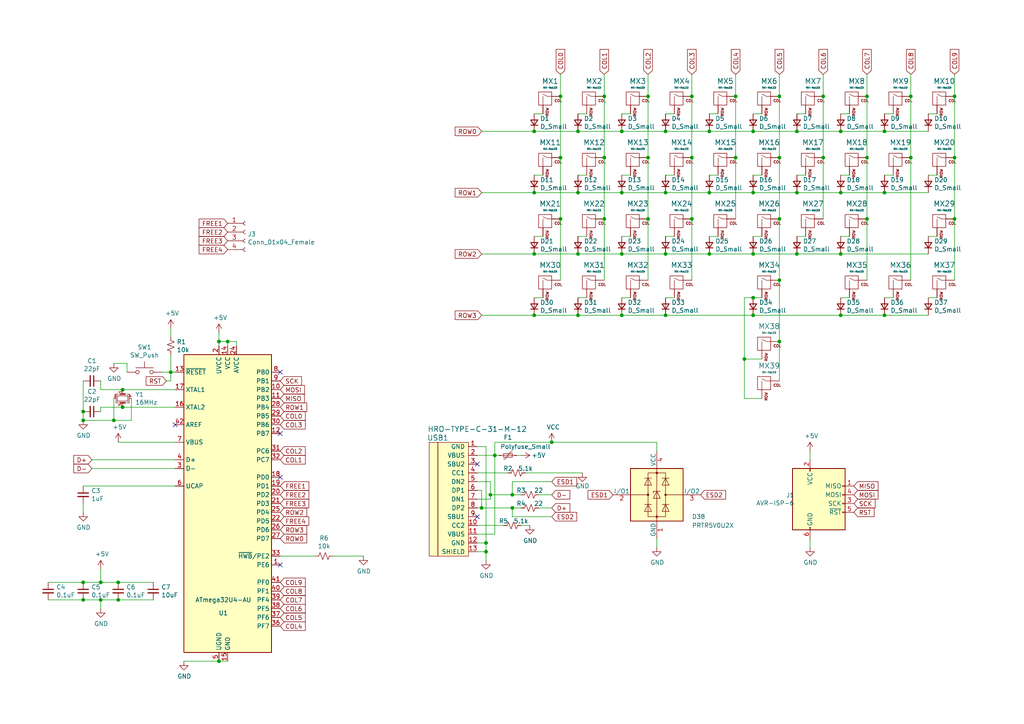
<source format=kicad_sch>
(kicad_sch (version 20211123) (generator eeschema)
  (paper "A4")
  (junction (at 29.21 173.99))
  (junction (at 154.94 91.44))
  (junction (at 34.29 173.99))
  (junction (at 142.24 143.51))
  (junction (at 238.76 45.72))
  (junction (at 175.26 27.94))
  (junction (at 63.5 99.06))
  (junction (at 276.86 45.72))
  (junction (at 251.46 27.94))
  (junction (at 162.56 63.5))
  (junction (at 154.94 73.66))
  (junction (at 148.59 143.51))
  (junction (at 218.44 73.66))
  (junction (at 243.84 55.88))
  (junction (at 215.9 104.14))
  (junction (at 29.21 168.91))
  (junction (at 226.06 99.06))
  (junction (at 24.13 121.92))
  (junction (at 264.16 27.94))
  (junction (at 243.84 91.44))
  (junction (at 243.84 73.66))
  (junction (at 243.84 38.1))
  (junction (at 167.64 91.44))
  (junction (at 226.06 63.5))
  (junction (at 167.64 55.88))
  (junction (at 162.56 45.72))
  (junction (at 193.04 73.66))
  (junction (at 180.34 38.1))
  (junction (at 218.44 86.36))
  (junction (at 200.66 27.94))
  (junction (at 218.44 55.88))
  (junction (at 175.26 63.5))
  (junction (at 256.54 55.88))
  (junction (at 226.06 27.94))
  (junction (at 187.96 27.94))
  (junction (at 180.34 73.66))
  (junction (at 167.64 73.66))
  (junction (at 140.97 160.02))
  (junction (at 180.34 55.88))
  (junction (at 35.56 113.03))
  (junction (at 34.29 168.91))
  (junction (at 276.86 63.5))
  (junction (at 66.04 99.06))
  (junction (at 251.46 45.72))
  (junction (at 162.56 27.94))
  (junction (at 35.56 118.11))
  (junction (at 24.13 168.91))
  (junction (at 139.7 147.32))
  (junction (at 231.14 38.1))
  (junction (at 160.02 128.27))
  (junction (at 213.36 27.94))
  (junction (at 251.46 63.5))
  (junction (at 187.96 63.5))
  (junction (at 264.16 45.72))
  (junction (at 231.14 55.88))
  (junction (at 256.54 38.1))
  (junction (at 218.44 91.44))
  (junction (at 193.04 91.44))
  (junction (at 63.5 191.77))
  (junction (at 175.26 45.72))
  (junction (at 167.64 38.1))
  (junction (at 226.06 81.28))
  (junction (at 200.66 45.72))
  (junction (at 205.74 73.66))
  (junction (at 148.59 147.32))
  (junction (at 140.97 157.48))
  (junction (at 24.13 119.38))
  (junction (at 143.51 132.08))
  (junction (at 213.36 45.72))
  (junction (at 218.44 38.1))
  (junction (at 33.02 121.92))
  (junction (at 276.86 27.94))
  (junction (at 256.54 91.44))
  (junction (at 205.74 55.88))
  (junction (at 200.66 63.5))
  (junction (at 226.06 45.72))
  (junction (at 193.04 55.88))
  (junction (at 238.76 27.94))
  (junction (at 49.53 107.95))
  (junction (at 231.14 73.66))
  (junction (at 193.04 38.1))
  (junction (at 205.74 38.1))
  (junction (at 24.13 173.99))
  (junction (at 187.96 45.72))
  (junction (at 154.94 38.1))
  (junction (at 154.94 55.88))
  (junction (at 180.34 91.44))
  (no_connect (at 81.28 107.95))
  (no_connect (at 81.28 125.73))
  (no_connect (at 138.43 149.86))
  (no_connect (at 81.28 163.83))
  (no_connect (at 81.28 138.43))
  (no_connect (at 138.43 134.62))
  (no_connect (at 50.8 123.19))
  (wire (pts (xy 276.86 21.59) (xy 276.86 27.94)))
  (wire (pts (xy 187.96 27.94) (xy 187.96 45.72)))
  (wire (pts (xy 160.02 128.27) (xy 143.51 128.27)))
  (wire (pts (xy 195.58 33.02) (xy 193.04 33.02)))
  (wire (pts (xy 143.51 128.27) (xy 143.51 132.08)))
  (wire (pts (xy 276.86 63.5) (xy 276.86 81.28)))
  (wire (pts (xy 24.13 173.99) (xy 13.97 173.99)))
  (wire (pts (xy 170.18 50.8) (xy 167.64 50.8)))
  (wire (pts (xy 215.9 86.36) (xy 215.9 104.14)))
  (wire (pts (xy 96.52 161.29) (xy 105.41 161.29)))
  (wire (pts (xy 29.21 119.38) (xy 29.21 118.11)))
  (wire (pts (xy 218.44 91.44) (xy 243.84 91.44)))
  (wire (pts (xy 143.51 154.94) (xy 143.51 132.08)))
  (wire (pts (xy 44.45 173.99) (xy 34.29 173.99)))
  (wire (pts (xy 195.58 86.36) (xy 193.04 86.36)))
  (wire (pts (xy 49.53 110.49) (xy 49.53 107.95)))
  (wire (pts (xy 233.68 68.58) (xy 231.14 68.58)))
  (wire (pts (xy 234.95 156.21) (xy 234.95 158.75)))
  (wire (pts (xy 167.64 38.1) (xy 154.94 38.1)))
  (wire (pts (xy 243.84 38.1) (xy 231.14 38.1)))
  (wire (pts (xy 157.48 86.36) (xy 154.94 86.36)))
  (wire (pts (xy 147.32 137.16) (xy 138.43 137.16)))
  (wire (pts (xy 220.98 50.8) (xy 218.44 50.8)))
  (wire (pts (xy 162.56 27.94) (xy 162.56 45.72)))
  (wire (pts (xy 170.18 33.02) (xy 167.64 33.02)))
  (wire (pts (xy 138.43 139.7) (xy 142.24 139.7)))
  (wire (pts (xy 66.04 99.06) (xy 63.5 99.06)))
  (wire (pts (xy 243.84 73.66) (xy 269.24 73.66)))
  (wire (pts (xy 35.56 113.03) (xy 50.8 113.03)))
  (wire (pts (xy 24.13 121.92) (xy 24.13 119.38)))
  (wire (pts (xy 142.24 143.51) (xy 142.24 144.78)))
  (wire (pts (xy 190.5 128.27) (xy 160.02 128.27)))
  (wire (pts (xy 193.04 38.1) (xy 180.34 38.1)))
  (wire (pts (xy 151.13 132.08) (xy 149.86 132.08)))
  (wire (pts (xy 238.76 45.72) (xy 238.76 63.5)))
  (wire (pts (xy 142.24 143.51) (xy 148.59 143.51)))
  (wire (pts (xy 231.14 73.66) (xy 218.44 73.66)))
  (wire (pts (xy 246.38 68.58) (xy 243.84 68.58)))
  (wire (pts (xy 226.06 63.5) (xy 226.06 81.28)))
  (wire (pts (xy 220.98 68.58) (xy 218.44 68.58)))
  (wire (pts (xy 226.06 81.28) (xy 226.06 99.06)))
  (wire (pts (xy 208.28 33.02) (xy 205.74 33.02)))
  (wire (pts (xy 190.5 130.81) (xy 190.5 128.27)))
  (wire (pts (xy 29.21 176.53) (xy 29.21 173.99)))
  (wire (pts (xy 231.14 55.88) (xy 218.44 55.88)))
  (wire (pts (xy 182.88 68.58) (xy 180.34 68.58)))
  (wire (pts (xy 213.36 21.59) (xy 213.36 27.94)))
  (wire (pts (xy 256.54 91.44) (xy 269.24 91.44)))
  (wire (pts (xy 29.21 118.11) (xy 35.56 118.11)))
  (wire (pts (xy 157.48 50.8) (xy 154.94 50.8)))
  (wire (pts (xy 256.54 86.36) (xy 259.08 86.36)))
  (wire (pts (xy 68.58 100.33) (xy 68.58 99.06)))
  (wire (pts (xy 251.46 27.94) (xy 251.46 45.72)))
  (wire (pts (xy 81.28 161.29) (xy 91.44 161.29)))
  (wire (pts (xy 167.64 91.44) (xy 180.34 91.44)))
  (wire (pts (xy 218.44 38.1) (xy 205.74 38.1)))
  (wire (pts (xy 46.99 107.95) (xy 49.53 107.95)))
  (wire (pts (xy 243.84 55.88) (xy 231.14 55.88)))
  (wire (pts (xy 66.04 99.06) (xy 66.04 100.33)))
  (wire (pts (xy 256.54 55.88) (xy 243.84 55.88)))
  (wire (pts (xy 157.48 33.02) (xy 154.94 33.02)))
  (wire (pts (xy 162.56 45.72) (xy 162.56 63.5)))
  (wire (pts (xy 154.94 38.1) (xy 139.7 38.1)))
  (wire (pts (xy 24.13 140.97) (xy 50.8 140.97)))
  (wire (pts (xy 162.56 63.5) (xy 162.56 81.28)))
  (wire (pts (xy 182.88 86.36) (xy 180.34 86.36)))
  (wire (pts (xy 140.97 129.54) (xy 138.43 129.54)))
  (wire (pts (xy 180.34 55.88) (xy 167.64 55.88)))
  (wire (pts (xy 138.43 132.08) (xy 143.51 132.08)))
  (wire (pts (xy 226.06 45.72) (xy 226.06 63.5)))
  (wire (pts (xy 38.1 121.92) (xy 38.1 115.57)))
  (wire (pts (xy 180.34 38.1) (xy 167.64 38.1)))
  (wire (pts (xy 168.91 137.16) (xy 152.4 137.16)))
  (wire (pts (xy 218.44 86.36) (xy 215.9 86.36)))
  (wire (pts (xy 243.84 86.36) (xy 246.38 86.36)))
  (wire (pts (xy 218.44 55.88) (xy 205.74 55.88)))
  (wire (pts (xy 208.28 50.8) (xy 205.74 50.8)))
  (wire (pts (xy 259.08 33.02) (xy 256.54 33.02)))
  (wire (pts (xy 238.76 21.59) (xy 238.76 27.94)))
  (wire (pts (xy 233.68 50.8) (xy 231.14 50.8)))
  (wire (pts (xy 215.9 104.14) (xy 220.98 104.14)))
  (wire (pts (xy 24.13 148.59) (xy 24.13 146.05)))
  (wire (pts (xy 243.84 73.66) (xy 231.14 73.66)))
  (wire (pts (xy 220.98 86.36) (xy 218.44 86.36)))
  (wire (pts (xy 26.67 135.89) (xy 50.8 135.89)))
  (wire (pts (xy 63.5 99.06) (xy 63.5 96.52)))
  (wire (pts (xy 195.58 50.8) (xy 193.04 50.8)))
  (wire (pts (xy 148.59 139.7) (xy 148.59 143.51)))
  (wire (pts (xy 271.78 50.8) (xy 269.24 50.8)))
  (wire (pts (xy 33.02 105.41) (xy 36.83 105.41)))
  (wire (pts (xy 49.53 95.25) (xy 49.53 97.79)))
  (wire (pts (xy 182.88 33.02) (xy 180.34 33.02)))
  (wire (pts (xy 29.21 110.49) (xy 29.21 113.03)))
  (wire (pts (xy 251.46 81.28) (xy 251.46 63.5)))
  (wire (pts (xy 205.74 38.1) (xy 193.04 38.1)))
  (wire (pts (xy 193.04 55.88) (xy 180.34 55.88)))
  (wire (pts (xy 139.7 147.32) (xy 138.43 147.32)))
  (wire (pts (xy 226.06 27.94) (xy 226.06 45.72)))
  (wire (pts (xy 68.58 99.06) (xy 66.04 99.06)))
  (wire (pts (xy 154.94 55.88) (xy 139.7 55.88)))
  (wire (pts (xy 271.78 33.02) (xy 269.24 33.02)))
  (wire (pts (xy 34.29 128.27) (xy 50.8 128.27)))
  (wire (pts (xy 187.96 45.72) (xy 187.96 63.5)))
  (wire (pts (xy 49.53 102.87) (xy 49.53 107.95)))
  (wire (pts (xy 63.5 100.33) (xy 63.5 99.06)))
  (wire (pts (xy 138.43 142.24) (xy 139.7 142.24)))
  (wire (pts (xy 200.66 27.94) (xy 200.66 45.72)))
  (wire (pts (xy 238.76 27.94) (xy 238.76 45.72)))
  (wire (pts (xy 140.97 157.48) (xy 140.97 129.54)))
  (wire (pts (xy 187.96 63.5) (xy 187.96 81.28)))
  (wire (pts (xy 162.56 21.59) (xy 162.56 27.94)))
  (wire (pts (xy 167.64 91.44) (xy 154.94 91.44)))
  (wire (pts (xy 271.78 86.36) (xy 269.24 86.36)))
  (wire (pts (xy 140.97 157.48) (xy 138.43 157.48)))
  (wire (pts (xy 160.02 139.7) (xy 148.59 139.7)))
  (wire (pts (xy 226.06 110.49) (xy 226.06 99.06)))
  (wire (pts (xy 160.02 147.32) (xy 156.21 147.32)))
  (wire (pts (xy 215.9 115.57) (xy 215.9 104.14)))
  (wire (pts (xy 148.59 147.32) (xy 151.13 147.32)))
  (wire (pts (xy 200.66 21.59) (xy 200.66 27.94)))
  (wire (pts (xy 170.18 86.36) (xy 167.64 86.36)))
  (wire (pts (xy 139.7 91.44) (xy 154.94 91.44)))
  (wire (pts (xy 170.18 68.58) (xy 167.64 68.58)))
  (wire (pts (xy 264.16 21.59) (xy 264.16 27.94)))
  (wire (pts (xy 167.64 55.88) (xy 154.94 55.88)))
  (wire (pts (xy 218.44 73.66) (xy 205.74 73.66)))
  (wire (pts (xy 34.29 168.91) (xy 44.45 168.91)))
  (wire (pts (xy 246.38 50.8) (xy 243.84 50.8)))
  (wire (pts (xy 33.02 121.92) (xy 38.1 121.92)))
  (wire (pts (xy 29.21 165.1) (xy 29.21 168.91)))
  (wire (pts (xy 269.24 38.1) (xy 256.54 38.1)))
  (wire (pts (xy 167.64 73.66) (xy 154.94 73.66)))
  (wire (pts (xy 33.02 121.92) (xy 24.13 121.92)))
  (wire (pts (xy 187.96 21.59) (xy 187.96 27.94)))
  (wire (pts (xy 205.74 55.88) (xy 193.04 55.88)))
  (wire (pts (xy 269.24 68.58) (xy 271.78 68.58)))
  (wire (pts (xy 251.46 45.72) (xy 251.46 63.5)))
  (wire (pts (xy 50.8 118.11) (xy 35.56 118.11)))
  (wire (pts (xy 251.46 21.59) (xy 251.46 27.94)))
  (wire (pts (xy 33.02 115.57) (xy 33.02 121.92)))
  (wire (pts (xy 276.86 45.72) (xy 276.86 63.5)))
  (wire (pts (xy 226.06 21.59) (xy 226.06 27.94)))
  (wire (pts (xy 140.97 160.02) (xy 140.97 157.48)))
  (wire (pts (xy 220.98 115.57) (xy 215.9 115.57)))
  (wire (pts (xy 160.02 149.86) (xy 148.59 149.86)))
  (wire (pts (xy 29.21 168.91) (xy 34.29 168.91)))
  (wire (pts (xy 138.43 160.02) (xy 140.97 160.02)))
  (wire (pts (xy 193.04 73.66) (xy 180.34 73.66)))
  (wire (pts (xy 175.26 27.94) (xy 175.26 45.72)))
  (wire (pts (xy 234.95 133.35) (xy 234.95 130.81)))
  (wire (pts (xy 180.34 91.44) (xy 193.04 91.44)))
  (wire (pts (xy 140.97 162.56) (xy 140.97 160.02)))
  (wire (pts (xy 175.26 21.59) (xy 175.26 27.94)))
  (wire (pts (xy 29.21 173.99) (xy 24.13 173.99)))
  (wire (pts (xy 154.94 73.66) (xy 139.7 73.66)))
  (wire (pts (xy 243.84 91.44) (xy 256.54 91.44)))
  (wire (pts (xy 139.7 147.32) (xy 148.59 147.32)))
  (wire (pts (xy 231.14 38.1) (xy 218.44 38.1)))
  (wire (pts (xy 175.26 45.72) (xy 175.26 63.5)))
  (wire (pts (xy 148.59 143.51) (xy 151.13 143.51)))
  (wire (pts (xy 13.97 168.91) (xy 24.13 168.91)))
  (wire (pts (xy 24.13 110.49) (xy 24.13 119.38)))
  (wire (pts (xy 66.04 191.77) (xy 63.5 191.77)))
  (wire (pts (xy 138.43 154.94) (xy 143.51 154.94)))
  (wire (pts (xy 180.34 73.66) (xy 167.64 73.66)))
  (wire (pts (xy 142.24 139.7) (xy 142.24 143.51)))
  (wire (pts (xy 175.26 63.5) (xy 175.26 81.28)))
  (wire (pts (xy 63.5 191.77) (xy 53.34 191.77)))
  (wire (pts (xy 213.36 45.72) (xy 213.36 63.5)))
  (wire (pts (xy 29.21 113.03) (xy 35.56 113.03)))
  (wire (pts (xy 156.21 143.51) (xy 160.02 143.51)))
  (wire (pts (xy 195.58 68.58) (xy 193.04 68.58)))
  (wire (pts (xy 233.68 33.02) (xy 231.14 33.02)))
  (wire (pts (xy 269.24 55.88) (xy 256.54 55.88)))
  (wire (pts (xy 143.51 132.08) (xy 144.78 132.08)))
  (wire (pts (xy 200.66 63.5) (xy 200.66 81.28)))
  (wire (pts (xy 48.26 110.49) (xy 49.53 110.49)))
  (wire (pts (xy 200.66 45.72) (xy 200.66 63.5)))
  (wire (pts (xy 157.48 68.58) (xy 154.94 68.58)))
  (wire (pts (xy 193.04 91.44) (xy 218.44 91.44)))
  (wire (pts (xy 139.7 142.24) (xy 139.7 147.32)))
  (wire (pts (xy 26.67 133.35) (xy 50.8 133.35)))
  (wire (pts (xy 246.38 33.02) (xy 243.84 33.02)))
  (wire (pts (xy 182.88 50.8) (xy 180.34 50.8)))
  (wire (pts (xy 146.05 152.4) (xy 138.43 152.4)))
  (wire (pts (xy 36.83 105.41) (xy 36.83 107.95)))
  (wire (pts (xy 148.59 149.86) (xy 148.59 147.32)))
  (wire (pts (xy 205.74 73.66) (xy 193.04 73.66)))
  (wire (pts (xy 208.28 68.58) (xy 205.74 68.58)))
  (wire (pts (xy 153.67 152.4) (xy 151.13 152.4)))
  (wire (pts (xy 213.36 27.94) (xy 213.36 45.72)))
  (wire (pts (xy 34.29 173.99) (xy 29.21 173.99)))
  (wire (pts (xy 49.53 107.95) (xy 50.8 107.95)))
  (wire (pts (xy 24.13 168.91) (xy 29.21 168.91)))
  (wire (pts (xy 220.98 33.02) (xy 218.44 33.02)))
  (wire (pts (xy 259.08 50.8) (xy 256.54 50.8)))
  (wire (pts (xy 264.16 45.72) (xy 264.16 81.28)))
  (wire (pts (xy 142.24 144.78) (xy 138.43 144.78)))
  (wire (pts (xy 256.54 38.1) (xy 243.84 38.1)))
  (wire (pts (xy 264.16 27.94) (xy 264.16 45.72)))
  (wire (pts (xy 276.86 27.94) (xy 276.86 45.72)))
  (wire (pts (xy 190.5 158.75) (xy 190.5 156.21)))
  (global_label "FREE4" (shape input) (at 66.04 72.39 180) (property "Intersheet References" "${INTERSHEET_REFS}" (effects hide)))
  (global_label "COL9" (shape input) (at 81.28 168.91 0) (property "Intersheet References" "${INTERSHEET_REFS}" (effects hide)))
  (global_label "FREE3" (shape input) (at 81.28 146.05 0) (property "Intersheet References" "${INTERSHEET_REFS}" (effects hide)))
  (global_label "FREE1" (shape input) (at 81.28 140.97 0) (property "Intersheet References" "${INTERSHEET_REFS}" (effects hide)))
  (global_label "COL7" (shape input) (at 251.46 21.59 90) (property "Intersheet References" "${INTERSHEET_REFS}" (effects hide)))
  (global_label "D+" (shape input) (at 26.67 133.35 180) (property "Intersheet References" "${INTERSHEET_REFS}" (effects hide)))
  (global_label "SCK" (shape input) (at 247.65 146.05 0) (property "Intersheet References" "${INTERSHEET_REFS}" (effects hide)))
  (global_label "COL8" (shape input) (at 264.16 21.59 90) (property "Intersheet References" "${INTERSHEET_REFS}" (effects hide)))
  (global_label "RST" (shape input) (at 247.65 148.59 0) (property "Intersheet References" "${INTERSHEET_REFS}" (effects hide)))
  (global_label "COL1" (shape input) (at 81.28 133.35 0) (property "Intersheet References" "${INTERSHEET_REFS}" (effects hide)))
  (global_label "COL8" (shape input) (at 81.28 171.45 0) (property "Intersheet References" "${INTERSHEET_REFS}" (effects hide)))
  (global_label "MISO" (shape input) (at 247.65 140.97 0) (property "Intersheet References" "${INTERSHEET_REFS}" (effects hide)))
  (global_label "COL3" (shape input) (at 200.66 21.59 90) (property "Intersheet References" "${INTERSHEET_REFS}" (effects hide)))
  (global_label "ROW0" (shape input) (at 81.28 156.21 0) (property "Intersheet References" "${INTERSHEET_REFS}" (effects hide)))
  (global_label "MOSI" (shape input) (at 81.28 113.03 0) (property "Intersheet References" "${INTERSHEET_REFS}" (effects hide)))
  (global_label "ROW0" (shape input) (at 139.7 38.1 180) (property "Intersheet References" "${INTERSHEET_REFS}" (effects hide)))
  (global_label "FREE4" (shape input) (at 81.28 151.13 0) (property "Intersheet References" "${INTERSHEET_REFS}" (effects hide)))
  (global_label "RST" (shape input) (at 48.26 110.49 180) (property "Intersheet References" "${INTERSHEET_REFS}" (effects hide)))
  (global_label "ROW3" (shape input) (at 139.7 91.44 180) (property "Intersheet References" "${INTERSHEET_REFS}" (effects hide)))
  (global_label "COL2" (shape input) (at 81.28 130.81 0) (property "Intersheet References" "${INTERSHEET_REFS}" (effects hide)))
  (global_label "COL6" (shape input) (at 238.76 21.59 90) (property "Intersheet References" "${INTERSHEET_REFS}" (effects hide)))
  (global_label "FREE2" (shape input) (at 66.04 67.31 180) (property "Intersheet References" "${INTERSHEET_REFS}" (effects hide)))
  (global_label "MOSI" (shape input) (at 247.65 143.51 0) (property "Intersheet References" "${INTERSHEET_REFS}" (effects hide)))
  (global_label "COL7" (shape input) (at 81.28 173.99 0) (property "Intersheet References" "${INTERSHEET_REFS}" (effects hide)))
  (global_label "COL2" (shape input) (at 187.96 21.59 90) (property "Intersheet References" "${INTERSHEET_REFS}" (effects hide)))
  (global_label "D+" (shape input) (at 160.02 147.32 0) (property "Intersheet References" "${INTERSHEET_REFS}" (effects hide)))
  (global_label "ESD2" (shape input) (at 160.02 149.86 0) (property "Intersheet References" "${INTERSHEET_REFS}" (effects hide)))
  (global_label "COL5" (shape input) (at 226.06 21.59 90) (property "Intersheet References" "${INTERSHEET_REFS}" (effects hide)))
  (global_label "COL1" (shape input) (at 175.26 21.59 90) (property "Intersheet References" "${INTERSHEET_REFS}" (effects hide)))
  (global_label "COL6" (shape input) (at 81.28 176.53 0) (property "Intersheet References" "${INTERSHEET_REFS}" (effects hide)))
  (global_label "D-" (shape input) (at 160.02 143.51 0) (property "Intersheet References" "${INTERSHEET_REFS}" (effects hide)))
  (global_label "FREE1" (shape input) (at 66.04 64.77 180) (property "Intersheet References" "${INTERSHEET_REFS}" (effects hide)))
  (global_label "COL0" (shape input) (at 162.56 21.59 90) (property "Intersheet References" "${INTERSHEET_REFS}" (effects hide)))
  (global_label "MISO" (shape input) (at 81.28 115.57 0) (property "Intersheet References" "${INTERSHEET_REFS}" (effects hide)))
  (global_label "ROW1" (shape input) (at 139.7 55.88 180) (property "Intersheet References" "${INTERSHEET_REFS}" (effects hide)))
  (global_label "SCK" (shape input) (at 81.28 110.49 0) (property "Intersheet References" "${INTERSHEET_REFS}" (effects hide)))
  (global_label "ROW3" (shape input) (at 81.28 153.67 0) (property "Intersheet References" "${INTERSHEET_REFS}" (effects hide)))
  (global_label "FREE2" (shape input) (at 81.28 143.51 0) (property "Intersheet References" "${INTERSHEET_REFS}" (effects hide)))
  (global_label "FREE3" (shape input) (at 66.04 69.85 180) (property "Intersheet References" "${INTERSHEET_REFS}" (effects hide)))
  (global_label "COL0" (shape input) (at 81.28 120.65 0) (property "Intersheet References" "${INTERSHEET_REFS}" (effects hide)))
  (global_label "D-" (shape input) (at 26.67 135.89 180) (property "Intersheet References" "${INTERSHEET_REFS}" (effects hide)))
  (global_label "ESD1" (shape input) (at 177.8 143.51 180) (property "Intersheet References" "${INTERSHEET_REFS}" (effects hide)))
  (global_label "ROW2" (shape input) (at 139.7 73.66 180) (property "Intersheet References" "${INTERSHEET_REFS}" (effects hide)))
  (global_label "COL4" (shape input) (at 81.28 181.61 0) (property "Intersheet References" "${INTERSHEET_REFS}" (effects hide)))
  (global_label "COL4" (shape input) (at 213.36 21.59 90) (property "Intersheet References" "${INTERSHEET_REFS}" (effects hide)))
  (global_label "ESD2" (shape input) (at 203.2 143.51 0) (property "Intersheet References" "${INTERSHEET_REFS}" (effects hide)))
  (global_label "COL9" (shape input) (at 276.86 21.59 90) (property "Intersheet References" "${INTERSHEET_REFS}" (effects hide)))
  (global_label "COL5" (shape input) (at 81.28 179.07 0) (property "Intersheet References" "${INTERSHEET_REFS}" (effects hide)))
  (global_label "ROW1" (shape input) (at 81.28 118.11 0) (property "Intersheet References" "${INTERSHEET_REFS}" (effects hide)))
  (global_label "COL3" (shape input) (at 81.28 123.19 0) (property "Intersheet References" "${INTERSHEET_REFS}" (effects hide)))
  (global_label "ESD1" (shape input) (at 160.02 139.7 0) (property "Intersheet References" "${INTERSHEET_REFS}" (effects hide)))
  (global_label "ROW2" (shape input) (at 81.28 148.59 0) (property "Intersheet References" "${INTERSHEET_REFS}" (effects hide)))
  (symbol (lib_id "MCU_Microchip_ATmega:ATmega32U4-AU") (at 66.04 146.05 0) (unit 1)
    (property "Reference" "U1" (at 64.77 177.8 0))
    (property "Value" "ATmega32U4-AU" (at 64.77 173.99 0))
    (property "Footprint" "Package_QFP:TQFP-44_10x10mm_P0.8mm" (effects hide))
    (property "Datasheet" "http://ww1.microchip.com/downloads/en/DeviceDoc/Atmel-7766-8-bit-AVR-ATmega16U4-32U4_Datasheet.pdf" (effects hide))
    (property "LCSC" "C44854" (effects hide))
  )
  (symbol (lib_id "power:+5V") (at 63.5 96.52 0) (unit 1)
    (property "Reference" "#PWR02" (effects hide))
    (property "Value" "+5V" (at 63.881 92.1258 0))
  )
  (symbol (lib_id "power:GND") (at 53.34 191.77 0) (unit 1)
    (property "Reference" "#PWR018" (effects hide))
    (property "Value" "GND" (at 53.467 196.1642 0))
  )
  (symbol (lib_id "Device:R_Small_US") (at 93.98 161.29 270) (unit 1)
    (property "Reference" "R6" (at 93.98 156.083 90))
    (property "Value" "10k" (at 93.98 158.3944 90))
    (property "Footprint" "Resistor_SMD:R_0805_2012Metric" (effects hide))
    (property "LCSC" "C17414" (effects hide))
  )
  (symbol (lib_id "power:GND") (at 105.41 161.29 0) (unit 1)
    (property "Reference" "#PWR015" (effects hide))
    (property "Value" "GND" (at 105.537 165.6842 0))
  )
  (symbol (lib_id "Device:C_Small") (at 24.13 143.51 0) (unit 1)
    (property "Reference" "C3" (at 26.4668 142.3416 0) (effects (justify left)))
    (property "Value" "1uF" (at 26.4668 144.653 0) (effects (justify left)))
    (property "Footprint" "Capacitor_SMD:C_0805_2012Metric" (effects hide))
    (property "LCSC" "C28323" (effects hide))
  )
  (symbol (lib_id "power:GND") (at 24.13 148.59 0) (unit 1)
    (property "Reference" "#PWR010" (effects hide))
    (property "Value" "GND" (at 24.257 152.9842 0))
  )
  (symbol (lib_id "Device:C_Small") (at 13.97 171.45 0) (unit 1)
    (property "Reference" "C4" (at 16.3068 170.2816 0) (effects (justify left)))
    (property "Value" "0.1uF" (at 16.3068 172.593 0) (effects (justify left)))
    (property "Footprint" "Capacitor_SMD:C_0805_2012Metric" (effects hide))
    (property "LCSC" "C49678" (effects hide))
  )
  (symbol (lib_id "Device:C_Small") (at 24.13 171.45 0) (unit 1)
    (property "Reference" "C5" (at 26.4668 170.2816 0) (effects (justify left)))
    (property "Value" "0.1uF" (at 26.4668 172.593 0) (effects (justify left)))
    (property "Footprint" "Capacitor_SMD:C_0805_2012Metric" (effects hide))
    (property "LCSC" "C49678" (effects hide))
  )
  (symbol (lib_id "Device:C_Small") (at 34.29 171.45 0) (unit 1)
    (property "Reference" "C6" (at 36.6268 170.2816 0) (effects (justify left)))
    (property "Value" "0.1uF" (at 36.6268 172.593 0) (effects (justify left)))
    (property "Footprint" "Capacitor_SMD:C_0805_2012Metric" (effects hide))
    (property "LCSC" "C49678" (effects hide))
  )
  (symbol (lib_id "Device:C_Small") (at 44.45 171.45 0) (unit 1)
    (property "Reference" "C7" (at 46.7868 170.2816 0) (effects (justify left)))
    (property "Value" "10uF" (at 46.7868 172.593 0) (effects (justify left)))
    (property "Footprint" "Capacitor_SMD:C_0805_2012Metric" (effects hide))
    (property "LCSC" "C307523" (effects hide))
  )
  (symbol (lib_id "power:GND") (at 29.21 176.53 0) (unit 1)
    (property "Reference" "#PWR017" (effects hide))
    (property "Value" "GND" (at 29.337 180.9242 0))
  )
  (symbol (lib_id "power:+5V") (at 29.21 165.1 0) (unit 1)
    (property "Reference" "#PWR016" (effects hide))
    (property "Value" "+5V" (at 29.591 160.7058 0))
  )
  (symbol (lib_id "power:+5V") (at 34.29 128.27 0) (unit 1)
    (property "Reference" "#PWR07" (effects hide))
    (property "Value" "+5V" (at 34.671 123.8758 0))
  )
  (symbol (lib_id "Device:Crystal_GND24_Small") (at 35.56 115.57 270) (unit 1)
    (property "Reference" "Y1" (at 39.2176 114.4016 90) (effects (justify left)))
    (property "Value" "16MHz" (at 39.2176 116.713 90) (effects (justify left)))
    (property "Footprint" "Crystal:Crystal_SMD_3225-4Pin_3.2x2.5mm" (effects hide))
    (property "LCSC" "C89379" (effects hide))
  )
  (symbol (lib_id "Device:C_Small") (at 26.67 110.49 270) (unit 1)
    (property "Reference" "C1" (at 26.67 104.6734 90))
    (property "Value" "22pF" (at 26.67 106.9848 90))
    (property "Footprint" "Capacitor_SMD:C_0805_2012Metric" (effects hide))
    (property "LCSC" "C1804" (effects hide))
  )
  (symbol (lib_id "Device:C_Small") (at 26.67 119.38 270) (unit 1)
    (property "Reference" "C2" (at 26.67 113.5634 90))
    (property "Value" "22pF" (at 26.67 115.8748 90))
    (property "Footprint" "Capacitor_SMD:C_0805_2012Metric" (effects hide))
    (property "LCSC" "C1804" (effects hide))
  )
  (symbol (lib_id "power:GND") (at 24.13 121.92 0) (unit 1)
    (property "Reference" "#PWR04" (effects hide))
    (property "Value" "GND" (at 24.257 126.3142 0))
  )
  (symbol (lib_id "Switch:SW_Push") (at 41.91 107.95 0) (unit 1)
    (property "Reference" "SW1" (at 41.91 100.711 0))
    (property "Value" "SW_Push" (at 41.91 103.0224 0))
    (property "Footprint" "random-keyboard-parts:SKQG-1155865" (effects hide))
    (property "LCSC" "C318884" (effects hide))
  )
  (symbol (lib_id "power:GND") (at 33.02 105.41 0) (unit 1)
    (property "Reference" "#PWR03" (effects hide))
    (property "Value" "GND" (at 33.147 109.8042 0))
  )
  (symbol (lib_id "Device:R_Small_US") (at 49.53 100.33 0) (unit 1)
    (property "Reference" "R1" (at 51.2572 99.1616 0) (effects (justify left)))
    (property "Value" "10k" (at 51.2572 101.473 0) (effects (justify left)))
    (property "Footprint" "Resistor_SMD:R_0805_2012Metric" (effects hide))
    (property "LCSC" "C17414" (effects hide))
  )
  (symbol (lib_id "power:+5V") (at 49.53 95.25 0) (unit 1)
    (property "Reference" "#PWR01" (effects hide))
    (property "Value" "+5V" (at 49.911 90.8558 0))
  )
  (symbol (lib_id "MX_Alps_Hybrid:MX-NoLED") (at 222.25 29.21 0) (unit 1)
    (property "Reference" "MX6" (at 223.0882 23.5458 0) (effects (font (size 1.524 1.524))))
    (property "Value" "MX-NoLED" (at 223.0882 25.4254 0) (effects (font (size 0.508 0.508))))
    (property "Footprint" "MX_Only:MXOnly-1U-NoLED" (effects hide))
  )
  (symbol (lib_id "Device:D_Small") (at 218.44 35.56 90) (unit 1)
    (property "Reference" "D6" (at 220.1672 34.3916 90) (effects (justify right)))
    (property "Value" "D_Small" (at 220.1672 36.703 90) (effects (justify right)))
    (property "Footprint" "Diode_SMD:D_SOD-123" (effects hide))
    (property "LCSC" "C81598" (effects hide))
  )
  (symbol (lib_id "MX_Alps_Hybrid:MX-NoLED") (at 222.25 46.99 0) (unit 1)
    (property "Reference" "MX16" (at 223.0882 41.3258 0) (effects (font (size 1.524 1.524))))
    (property "Value" "MX-NoLED" (at 223.0882 43.2054 0) (effects (font (size 0.508 0.508))))
    (property "Footprint" "MX_Only:MXOnly-1U-NoLED" (effects hide))
  )
  (symbol (lib_id "Device:D_Small") (at 218.44 53.34 90) (unit 1)
    (property "Reference" "D16" (at 220.1672 52.1716 90) (effects (justify right)))
    (property "Value" "D_Small" (at 220.1672 54.483 90) (effects (justify right)))
    (property "Footprint" "Diode_SMD:D_SOD-123" (effects hide))
    (property "LCSC" "C81598" (effects hide))
  )
  (symbol (lib_id "Type-C:HRO-TYPE-C-31-M-12") (at 135.89 143.51 0) (unit 1)
    (property "Reference" "USB1" (at 127 127 0) (effects (font (size 1.524 1.524))))
    (property "Value" "HRO-TYPE-C-31-M-12" (at 138.43 124.46 0) (effects (font (size 1.524 1.524))))
    (property "Footprint" "Type-C:HRO-TYPE-C-31-M-12-HandSoldering" (effects hide))
  )
  (symbol (lib_id "power:GND") (at 140.97 162.56 0) (unit 1)
    (property "Reference" "#PWR014" (effects hide))
    (property "Value" "GND" (at 141.097 166.9542 0))
  )
  (symbol (lib_id "Device:Polyfuse_Small") (at 147.32 132.08 270) (unit 1)
    (property "Reference" "F1" (at 147.32 126.873 90))
    (property "Value" "Polyfuse_Small" (at 152.4 129.54 90))
    (property "Footprint" "Fuse:Fuse_1206_3216Metric" (effects hide))
    (property "LCSC" "C151162" (effects hide))
  )
  (symbol (lib_id "Device:D_Small") (at 218.44 71.12 90) (unit 1)
    (property "Reference" "D26" (at 220.1672 69.9516 90) (effects (justify right)))
    (property "Value" "D_Small" (at 220.1672 72.263 90) (effects (justify right)))
    (property "Footprint" "Diode_SMD:D_SOD-123" (effects hide))
    (property "LCSC" "C81598" (effects hide))
  )
  (symbol (lib_id "MX_Alps_Hybrid:MX-NoLED") (at 222.25 64.77 0) (unit 1)
    (property "Reference" "MX26" (at 223.0882 59.1058 0) (effects (font (size 1.524 1.524))))
    (property "Value" "MX-NoLED" (at 223.0882 60.9854 0) (effects (font (size 0.508 0.508))))
    (property "Footprint" "MX_Only:MXOnly-1U-NoLED" (effects hide))
  )
  (symbol (lib_id "Device:R_Small_US") (at 149.86 137.16 270) (unit 1)
    (property "Reference" "R2" (at 147.32 135.89 90))
    (property "Value" "5.1k" (at 152.4 135.89 90))
    (property "Footprint" "Resistor_SMD:R_0805_2012Metric" (effects hide))
    (property "LCSC" "C27834" (effects hide))
  )
  (symbol (lib_id "power:GND") (at 168.91 137.16 0) (unit 1)
    (property "Reference" "#PWR09" (effects hide))
    (property "Value" "GND" (at 168.91 140.97 0))
  )
  (symbol (lib_id "Device:R_Small_US") (at 153.67 143.51 270) (unit 1)
    (property "Reference" "R3" (at 151.13 142.24 90))
    (property "Value" "22" (at 156.21 142.24 90))
    (property "Footprint" "Resistor_SMD:R_0805_2012Metric" (effects hide))
    (property "LCSC" "C17561" (effects hide))
  )
  (symbol (lib_id "Device:R_Small_US") (at 153.67 147.32 270) (unit 1)
    (property "Reference" "R4" (at 151.13 146.05 90))
    (property "Value" "22" (at 156.21 146.05 90))
    (property "Footprint" "Resistor_SMD:R_0805_2012Metric" (effects hide))
    (property "LCSC" "C17561" (effects hide))
  )
  (symbol (lib_id "Device:R_Small_US") (at 148.59 152.4 270) (unit 1)
    (property "Reference" "R5" (at 146.05 151.13 90))
    (property "Value" "5.1k" (at 151.13 151.13 90))
    (property "Footprint" "Resistor_SMD:R_0805_2012Metric" (effects hide))
    (property "LCSC" "C27834" (effects hide))
  )
  (symbol (lib_id "power:GND") (at 153.67 152.4 0) (unit 1)
    (property "Reference" "#PWR011" (effects hide))
    (property "Value" "GND" (at 153.797 156.7942 0))
  )
  (symbol (lib_id "Connector:AVR-ISP-6") (at 237.49 146.05 0) (unit 1)
    (property "Reference" "J1" (at 230.4034 143.6116 0) (effects (justify right)))
    (property "Value" "AVR-ISP-6" (at 230.4034 145.923 0) (effects (justify right)))
    (property "Footprint" "random-keyboard-parts:Reset_Pretty" (effects hide))
    (property "Datasheet" " ~" (effects hide))
  )
  (symbol (lib_id "MX_Alps_Hybrid:MX-NoLED") (at 158.75 46.99 0) (unit 1)
    (property "Reference" "MX11" (at 159.5882 41.3258 0) (effects (font (size 1.524 1.524))))
    (property "Value" "MX-NoLED" (at 159.5882 43.2054 0) (effects (font (size 0.508 0.508))))
    (property "Footprint" "MX_Only:MXOnly-1.25U-NoLED" (effects hide))
  )
  (symbol (lib_id "Device:D_Small") (at 154.94 53.34 90) (unit 1)
    (property "Reference" "D11" (at 156.6672 52.1716 90) (effects (justify right)))
    (property "Value" "D_Small" (at 156.6672 54.483 90) (effects (justify right)))
    (property "Footprint" "Diode_SMD:D_SOD-123" (effects hide))
    (property "LCSC" "C81598" (effects hide))
  )
  (symbol (lib_id "Device:D_Small") (at 154.94 35.56 90) (unit 1)
    (property "Reference" "D1" (at 156.6672 34.3916 90) (effects (justify right)))
    (property "Value" "D_Small" (at 156.6672 36.703 90) (effects (justify right)))
    (property "Footprint" "Diode_SMD:D_SOD-123" (effects hide))
    (property "LCSC" "C81598" (effects hide))
  )
  (symbol (lib_id "MX_Alps_Hybrid:MX-NoLED") (at 158.75 29.21 0) (unit 1)
    (property "Reference" "MX1" (at 159.5882 23.5458 0) (effects (font (size 1.524 1.524))))
    (property "Value" "MX-NoLED" (at 159.5882 25.4254 0) (effects (font (size 0.508 0.508))))
    (property "Footprint" "MX_Only:MXOnly-1U-NoLED" (effects hide))
  )
  (symbol (lib_id "MX_Alps_Hybrid:MX-NoLED") (at 158.75 82.55 0) (unit 1)
    (property "Reference" "MX30" (at 159.5882 76.8858 0) (effects (font (size 1.524 1.524))))
    (property "Value" "MX-NoLED" (at 159.5882 78.7654 0) (effects (font (size 0.508 0.508))))
    (property "Footprint" "MX_Only:MXOnly-1U-NoLED" (effects hide))
  )
  (symbol (lib_id "Device:D_Small") (at 154.94 88.9 90) (unit 1)
    (property "Reference" "D30" (at 156.6672 87.7316 90) (effects (justify right)))
    (property "Value" "D_Small" (at 156.6672 90.043 90) (effects (justify right)))
    (property "Footprint" "Diode_SMD:D_SOD-123" (effects hide))
    (property "LCSC" "C81598" (effects hide))
  )
  (symbol (lib_id "Device:D_Small") (at 154.94 71.12 90) (unit 1)
    (property "Reference" "D21" (at 156.6672 69.9516 90) (effects (justify right)))
    (property "Value" "D_Small" (at 156.6672 72.263 90) (effects (justify right)))
    (property "Footprint" "Diode_SMD:D_SOD-123" (effects hide))
    (property "LCSC" "C81598" (effects hide))
  )
  (symbol (lib_id "MX_Alps_Hybrid:MX-NoLED") (at 158.75 64.77 0) (unit 1)
    (property "Reference" "MX21" (at 159.5882 59.1058 0) (effects (font (size 1.524 1.524))))
    (property "Value" "MX-NoLED" (at 159.5882 60.9854 0) (effects (font (size 0.508 0.508))))
    (property "Footprint" "MX_Only:MXOnly-1.75U-NoLED" (effects hide))
  )
  (symbol (lib_id "MX_Alps_Hybrid:MX-NoLED") (at 171.45 46.99 0) (unit 1)
    (property "Reference" "MX12" (at 172.2882 41.3258 0) (effects (font (size 1.524 1.524))))
    (property "Value" "MX-NoLED" (at 172.2882 43.2054 0) (effects (font (size 0.508 0.508))))
    (property "Footprint" "MX_Only:MXOnly-1U-NoLED" (effects hide))
  )
  (symbol (lib_id "Device:D_Small") (at 167.64 53.34 90) (unit 1)
    (property "Reference" "D12" (at 169.3672 52.1716 90) (effects (justify right)))
    (property "Value" "D_Small" (at 169.3672 54.483 90) (effects (justify right)))
    (property "Footprint" "Diode_SMD:D_SOD-123" (effects hide))
    (property "LCSC" "C81598" (effects hide))
  )
  (symbol (lib_id "Device:D_Small") (at 167.64 35.56 90) (unit 1)
    (property "Reference" "D2" (at 169.3672 34.3916 90) (effects (justify right)))
    (property "Value" "D_Small" (at 169.3672 36.703 90) (effects (justify right)))
    (property "Footprint" "Diode_SMD:D_SOD-123" (effects hide))
    (property "LCSC" "C81598" (effects hide))
  )
  (symbol (lib_id "MX_Alps_Hybrid:MX-NoLED") (at 171.45 29.21 0) (unit 1)
    (property "Reference" "MX2" (at 172.2882 23.5458 0) (effects (font (size 1.524 1.524))))
    (property "Value" "MX-NoLED" (at 172.2882 25.4254 0) (effects (font (size 0.508 0.508))))
    (property "Footprint" "MX_Only:MXOnly-1U-NoLED" (effects hide))
  )
  (symbol (lib_id "MX_Alps_Hybrid:MX-NoLED") (at 171.45 82.55 0) (unit 1)
    (property "Reference" "MX31" (at 172.2882 76.8858 0) (effects (font (size 1.524 1.524))))
    (property "Value" "MX-NoLED" (at 172.2882 78.7654 0) (effects (font (size 0.508 0.508))))
    (property "Footprint" "MX_Only:MXOnly-1U-NoLED" (effects hide))
  )
  (symbol (lib_id "Device:D_Small") (at 167.64 88.9 90) (unit 1)
    (property "Reference" "D31" (at 169.3672 87.7316 90) (effects (justify right)))
    (property "Value" "D_Small" (at 169.3672 90.043 90) (effects (justify right)))
    (property "Footprint" "Diode_SMD:D_SOD-123" (effects hide))
    (property "LCSC" "C81598" (effects hide))
  )
  (symbol (lib_id "Device:D_Small") (at 167.64 71.12 90) (unit 1)
    (property "Reference" "D22" (at 169.3672 69.9516 90) (effects (justify right)))
    (property "Value" "D_Small" (at 169.3672 72.263 90) (effects (justify right)))
    (property "Footprint" "Diode_SMD:D_SOD-123" (effects hide))
    (property "LCSC" "C81598" (effects hide))
  )
  (symbol (lib_id "MX_Alps_Hybrid:MX-NoLED") (at 171.45 64.77 0) (unit 1)
    (property "Reference" "MX22" (at 172.2882 59.1058 0) (effects (font (size 1.524 1.524))))
    (property "Value" "MX-NoLED" (at 172.2882 60.9854 0) (effects (font (size 0.508 0.508))))
    (property "Footprint" "MX_Only:MXOnly-1U-NoLED" (effects hide))
  )
  (symbol (lib_id "MX_Alps_Hybrid:MX-NoLED") (at 184.15 46.99 0) (unit 1)
    (property "Reference" "MX13" (at 184.9882 41.3258 0) (effects (font (size 1.524 1.524))))
    (property "Value" "MX-NoLED" (at 184.9882 43.2054 0) (effects (font (size 0.508 0.508))))
    (property "Footprint" "MX_Only:MXOnly-1U-NoLED" (effects hide))
  )
  (symbol (lib_id "Device:D_Small") (at 180.34 53.34 90) (unit 1)
    (property "Reference" "D13" (at 182.0672 52.1716 90) (effects (justify right)))
    (property "Value" "D_Small" (at 182.0672 54.483 90) (effects (justify right)))
    (property "Footprint" "Diode_SMD:D_SOD-123" (effects hide))
    (property "LCSC" "C81598" (effects hide))
  )
  (symbol (lib_id "Device:D_Small") (at 180.34 35.56 90) (unit 1)
    (property "Reference" "D3" (at 182.0672 34.3916 90) (effects (justify right)))
    (property "Value" "D_Small" (at 182.0672 36.703 90) (effects (justify right)))
    (property "Footprint" "Diode_SMD:D_SOD-123" (effects hide))
    (property "LCSC" "C81598" (effects hide))
  )
  (symbol (lib_id "MX_Alps_Hybrid:MX-NoLED") (at 184.15 29.21 0) (unit 1)
    (property "Reference" "MX3" (at 184.9882 23.5458 0) (effects (font (size 1.524 1.524))))
    (property "Value" "MX-NoLED" (at 184.9882 25.4254 0) (effects (font (size 0.508 0.508))))
    (property "Footprint" "MX_Only:MXOnly-1U-NoLED" (effects hide))
  )
  (symbol (lib_id "Device:D_Small") (at 180.34 71.12 90) (unit 1)
    (property "Reference" "D23" (at 182.0672 69.9516 90) (effects (justify right)))
    (property "Value" "D_Small" (at 182.0672 72.263 90) (effects (justify right)))
    (property "Footprint" "Diode_SMD:D_SOD-123" (effects hide))
    (property "LCSC" "C81598" (effects hide))
  )
  (symbol (lib_id "MX_Alps_Hybrid:MX-NoLED") (at 184.15 64.77 0) (unit 1)
    (property "Reference" "MX23" (at 184.9882 59.1058 0) (effects (font (size 1.524 1.524))))
    (property "Value" "MX-NoLED" (at 184.9882 60.9854 0) (effects (font (size 0.508 0.508))))
    (property "Footprint" "MX_Only:MXOnly-1U-NoLED" (effects hide))
  )
  (symbol (lib_id "MX_Alps_Hybrid:MX-NoLED") (at 196.85 46.99 0) (unit 1)
    (property "Reference" "MX14" (at 197.6882 41.3258 0) (effects (font (size 1.524 1.524))))
    (property "Value" "MX-NoLED" (at 197.6882 43.2054 0) (effects (font (size 0.508 0.508))))
    (property "Footprint" "MX_Only:MXOnly-1U-NoLED" (effects hide))
  )
  (symbol (lib_id "Device:D_Small") (at 193.04 53.34 90) (unit 1)
    (property "Reference" "D14" (at 194.7672 52.1716 90) (effects (justify right)))
    (property "Value" "D_Small" (at 194.7672 54.483 90) (effects (justify right)))
    (property "Footprint" "Diode_SMD:D_SOD-123" (effects hide))
    (property "LCSC" "C81598" (effects hide))
  )
  (symbol (lib_id "Device:D_Small") (at 193.04 35.56 90) (unit 1)
    (property "Reference" "D4" (at 194.7672 34.3916 90) (effects (justify right)))
    (property "Value" "D_Small" (at 194.7672 36.703 90) (effects (justify right)))
    (property "Footprint" "Diode_SMD:D_SOD-123" (effects hide))
    (property "LCSC" "C81598" (effects hide))
  )
  (symbol (lib_id "MX_Alps_Hybrid:MX-NoLED") (at 196.85 29.21 0) (unit 1)
    (property "Reference" "MX4" (at 197.6882 23.5458 0) (effects (font (size 1.524 1.524))))
    (property "Value" "MX-NoLED" (at 197.6882 25.4254 0) (effects (font (size 0.508 0.508))))
    (property "Footprint" "MX_Only:MXOnly-1U-NoLED" (effects hide))
  )
  (symbol (lib_id "Device:D_Small") (at 193.04 71.12 90) (unit 1)
    (property "Reference" "D24" (at 194.7672 69.9516 90) (effects (justify right)))
    (property "Value" "D_Small" (at 194.7672 72.263 90) (effects (justify right)))
    (property "Footprint" "Diode_SMD:D_SOD-123" (effects hide))
    (property "LCSC" "C81598" (effects hide))
  )
  (symbol (lib_id "MX_Alps_Hybrid:MX-NoLED") (at 196.85 64.77 0) (unit 1)
    (property "Reference" "MX24" (at 197.6882 59.1058 0) (effects (font (size 1.524 1.524))))
    (property "Value" "MX-NoLED" (at 197.6882 60.9854 0) (effects (font (size 0.508 0.508))))
    (property "Footprint" "MX_Only:MXOnly-1U-NoLED" (effects hide))
  )
  (symbol (lib_id "MX_Alps_Hybrid:MX-NoLED") (at 209.55 46.99 0) (unit 1)
    (property "Reference" "MX15" (at 210.3882 41.3258 0) (effects (font (size 1.524 1.524))))
    (property "Value" "MX-NoLED" (at 210.3882 43.2054 0) (effects (font (size 0.508 0.508))))
    (property "Footprint" "MX_Only:MXOnly-1U-NoLED" (effects hide))
  )
  (symbol (lib_id "Device:D_Small") (at 205.74 53.34 90) (unit 1)
    (property "Reference" "D15" (at 207.4672 52.1716 90) (effects (justify right)))
    (property "Value" "D_Small" (at 207.4672 54.483 90) (effects (justify right)))
    (property "Footprint" "Diode_SMD:D_SOD-123" (effects hide))
    (property "LCSC" "C81598" (effects hide))
  )
  (symbol (lib_id "Device:D_Small") (at 205.74 35.56 90) (unit 1)
    (property "Reference" "D5" (at 207.4672 34.3916 90) (effects (justify right)))
    (property "Value" "D_Small" (at 207.4672 36.703 90) (effects (justify right)))
    (property "Footprint" "Diode_SMD:D_SOD-123" (effects hide))
    (property "LCSC" "C81598" (effects hide))
  )
  (symbol (lib_id "MX_Alps_Hybrid:MX-NoLED") (at 209.55 29.21 0) (unit 1)
    (property "Reference" "MX5" (at 210.3882 23.5458 0) (effects (font (size 1.524 1.524))))
    (property "Value" "MX-NoLED" (at 210.3882 25.4254 0) (effects (font (size 0.508 0.508))))
    (property "Footprint" "MX_Only:MXOnly-1U-NoLED" (effects hide))
  )
  (symbol (lib_id "MX_Alps_Hybrid:MX-NoLED") (at 222.25 82.55 0) (unit 1)
    (property "Reference" "MX34" (at 223.0882 76.8858 0) (effects (font (size 1.524 1.524))))
    (property "Value" "MX-NoLED" (at 223.0882 78.7654 0) (effects (font (size 0.508 0.508))))
    (property "Footprint" "MX_Only:MXOnly-2U-ReversedStabilizers-NoLED" (effects hide))
  )
  (symbol (lib_id "Device:D_Small") (at 218.44 88.9 90) (unit 1)
    (property "Reference" "D34" (at 220.1672 87.7316 90) (effects (justify right)))
    (property "Value" "D_Small" (at 220.1672 90.043 90) (effects (justify right)))
    (property "Footprint" "Diode_SMD:D_SOD-123" (effects hide))
    (property "LCSC" "C81598" (effects hide))
  )
  (symbol (lib_id "Device:D_Small") (at 205.74 71.12 90) (unit 1)
    (property "Reference" "D25" (at 207.4672 69.9516 90) (effects (justify right)))
    (property "Value" "D_Small" (at 207.4672 72.263 90) (effects (justify right)))
    (property "Footprint" "Diode_SMD:D_SOD-123" (effects hide))
    (property "LCSC" "C81598" (effects hide))
  )
  (symbol (lib_id "MX_Alps_Hybrid:MX-NoLED") (at 209.55 64.77 0) (unit 1)
    (property "Reference" "MX25" (at 210.3882 59.1058 0) (effects (font (size 1.524 1.524))))
    (property "Value" "MX-NoLED" (at 210.3882 60.9854 0) (effects (font (size 0.508 0.508))))
    (property "Footprint" "MX_Only:MXOnly-1U-NoLED" (effects hide))
  )
  (symbol (lib_id "power:+5V") (at 234.95 130.81 0) (unit 1)
    (property "Reference" "#PWR06" (effects hide))
    (property "Value" "+5V" (at 235.331 126.4158 0))
  )
  (symbol (lib_id "power:GND") (at 234.95 158.75 0) (unit 1)
    (property "Reference" "#PWR013" (effects hide))
    (property "Value" "GND" (at 235.077 163.1442 0))
  )
  (symbol (lib_id "Power_Protection:PRTR5V0U2X") (at 190.5 143.51 0) (unit 1)
    (property "Reference" "D38" (at 200.66 149.86 0) (effects (justify left)))
    (property "Value" "PRTR5V0U2X" (at 200.66 152.4 0) (effects (justify left)))
    (property "Footprint" "random-keyboard-parts:SOT143B" (effects hide))
    (property "Datasheet" "https://assets.nexperia.com/documents/data-sheet/PRTR5V0U2X.pdf" (effects hide))
    (property "LCSC" "C78442" (effects hide))
  )
  (symbol (lib_id "power:GND") (at 190.5 158.75 0) (unit 1)
    (property "Reference" "#PWR012" (effects hide))
    (property "Value" "GND" (at 190.627 163.1442 0))
  )
  (symbol (lib_id "power:+5V") (at 151.13 132.08 270) (unit 1)
    (property "Reference" "#PWR08" (effects hide))
    (property "Value" "+5V" (at 156.21 132.08 90))
  )
  (symbol (lib_id "MX_Alps_Hybrid:MX-NoLED") (at 247.65 64.77 0) (unit 1)
    (property "Reference" "MX28" (at 248.4882 59.1058 0) (effects (font (size 1.524 1.524))))
    (property "Value" "MX-NoLED" (at 248.4882 60.9854 0) (effects (font (size 0.508 0.508))))
    (property "Footprint" "MX_Only:MXOnly-1U-NoLED" (effects hide))
  )
  (symbol (lib_id "Device:D_Small") (at 243.84 71.12 90) (unit 1)
    (property "Reference" "D28" (at 245.5672 69.9516 90) (effects (justify right)))
    (property "Value" "D_Small" (at 245.5672 72.263 90) (effects (justify right)))
    (property "Footprint" "Diode_SMD:D_SOD-123" (effects hide))
    (property "LCSC" "C81598" (effects hide))
  )
  (symbol (lib_id "MX_Alps_Hybrid:MX-NoLED") (at 247.65 29.21 0) (unit 1)
    (property "Reference" "MX8" (at 248.4882 23.5458 0) (effects (font (size 1.524 1.524))))
    (property "Value" "MX-NoLED" (at 248.4882 25.4254 0) (effects (font (size 0.508 0.508))))
    (property "Footprint" "MX_Only:MXOnly-1U-NoLED" (effects hide))
  )
  (symbol (lib_id "Device:D_Small") (at 243.84 35.56 90) (unit 1)
    (property "Reference" "D8" (at 245.5672 34.3916 90) (effects (justify right)))
    (property "Value" "D_Small" (at 245.5672 36.703 90) (effects (justify right)))
    (property "Footprint" "Diode_SMD:D_SOD-123" (effects hide))
    (property "LCSC" "C81598" (effects hide))
  )
  (symbol (lib_id "Device:D_Small") (at 243.84 53.34 90) (unit 1)
    (property "Reference" "D18" (at 245.5672 52.1716 90) (effects (justify right)))
    (property "Value" "D_Small" (at 245.5672 54.483 90) (effects (justify right)))
    (property "Footprint" "Diode_SMD:D_SOD-123" (effects hide))
    (property "LCSC" "C81598" (effects hide))
  )
  (symbol (lib_id "MX_Alps_Hybrid:MX-NoLED") (at 247.65 46.99 0) (unit 1)
    (property "Reference" "MX18" (at 248.4882 41.3258 0) (effects (font (size 1.524 1.524))))
    (property "Value" "MX-NoLED" (at 248.4882 43.2054 0) (effects (font (size 0.508 0.508))))
    (property "Footprint" "MX_Only:MXOnly-1U-NoLED" (effects hide))
  )
  (symbol (lib_id "MX_Alps_Hybrid:MX-NoLED") (at 234.95 64.77 0) (unit 1)
    (property "Reference" "MX27" (at 235.7882 59.1058 0) (effects (font (size 1.524 1.524))))
    (property "Value" "MX-NoLED" (at 235.7882 60.9854 0) (effects (font (size 0.508 0.508))))
    (property "Footprint" "MX_Only:MXOnly-1U-NoLED" (effects hide))
  )
  (symbol (lib_id "Device:D_Small") (at 231.14 71.12 90) (unit 1)
    (property "Reference" "D27" (at 232.8672 69.9516 90) (effects (justify right)))
    (property "Value" "D_Small" (at 232.8672 72.263 90) (effects (justify right)))
    (property "Footprint" "Diode_SMD:D_SOD-123" (effects hide))
    (property "LCSC" "C81598" (effects hide))
  )
  (symbol (lib_id "MX_Alps_Hybrid:MX-NoLED") (at 234.95 29.21 0) (unit 1)
    (property "Reference" "MX7" (at 235.7882 23.5458 0) (effects (font (size 1.524 1.524))))
    (property "Value" "MX-NoLED" (at 235.7882 25.4254 0) (effects (font (size 0.508 0.508))))
    (property "Footprint" "MX_Only:MXOnly-1U-NoLED" (effects hide))
  )
  (symbol (lib_id "Device:D_Small") (at 231.14 35.56 90) (unit 1)
    (property "Reference" "D7" (at 232.8672 34.3916 90) (effects (justify right)))
    (property "Value" "D_Small" (at 232.8672 36.703 90) (effects (justify right)))
    (property "Footprint" "Diode_SMD:D_SOD-123" (effects hide))
    (property "LCSC" "C81598" (effects hide))
  )
  (symbol (lib_id "Device:D_Small") (at 231.14 53.34 90) (unit 1)
    (property "Reference" "D17" (at 232.8672 52.1716 90) (effects (justify right)))
    (property "Value" "D_Small" (at 232.8672 54.483 90) (effects (justify right)))
    (property "Footprint" "Diode_SMD:D_SOD-123" (effects hide))
    (property "LCSC" "C81598" (effects hide))
  )
  (symbol (lib_id "MX_Alps_Hybrid:MX-NoLED") (at 234.95 46.99 0) (unit 1)
    (property "Reference" "MX17" (at 235.7882 41.3258 0) (effects (font (size 1.524 1.524))))
    (property "Value" "MX-NoLED" (at 235.7882 43.2054 0) (effects (font (size 0.508 0.508))))
    (property "Footprint" "MX_Only:MXOnly-1U-NoLED" (effects hide))
  )
  (symbol (lib_id "MX_Alps_Hybrid:MX-NoLED") (at 260.35 29.21 0) (unit 1)
    (property "Reference" "MX9" (at 261.1882 23.5458 0) (effects (font (size 1.524 1.524))))
    (property "Value" "MX-NoLED" (at 261.1882 25.4254 0) (effects (font (size 0.508 0.508))))
    (property "Footprint" "MX_Only:MXOnly-1U-NoLED" (effects hide))
  )
  (symbol (lib_id "Device:D_Small") (at 256.54 35.56 90) (unit 1)
    (property "Reference" "D9" (at 258.2672 34.3916 90) (effects (justify right)))
    (property "Value" "D_Small" (at 258.2672 36.703 90) (effects (justify right)))
    (property "Footprint" "Diode_SMD:D_SOD-123" (effects hide))
    (property "LCSC" "C81598" (effects hide))
  )
  (symbol (lib_id "Device:D_Small") (at 256.54 53.34 90) (unit 1)
    (property "Reference" "D19" (at 258.2672 52.1716 90) (effects (justify right)))
    (property "Value" "D_Small" (at 258.2672 54.483 90) (effects (justify right)))
    (property "Footprint" "Diode_SMD:D_SOD-123" (effects hide))
    (property "LCSC" "C81598" (effects hide))
  )
  (symbol (lib_id "MX_Alps_Hybrid:MX-NoLED") (at 260.35 46.99 0) (unit 1)
    (property "Reference" "MX19" (at 261.1882 41.3258 0) (effects (font (size 1.524 1.524))))
    (property "Value" "MX-NoLED" (at 261.1882 43.2054 0) (effects (font (size 0.508 0.508))))
    (property "Footprint" "MX_Only:MXOnly-1U-NoLED" (effects hide))
  )
  (symbol (lib_id "MX_Alps_Hybrid:MX-NoLED") (at 273.05 64.77 0) (unit 1)
    (property "Reference" "MX29" (at 273.8882 59.1058 0) (effects (font (size 1.524 1.524))))
    (property "Value" "MX-NoLED" (at 273.8882 60.9854 0) (effects (font (size 0.508 0.508))))
    (property "Footprint" "MX_Only:MXOnly-1.5U-NoLED" (effects hide))
  )
  (symbol (lib_id "Device:D_Small") (at 269.24 71.12 90) (unit 1)
    (property "Reference" "D29" (at 270.9672 69.9516 90) (effects (justify right)))
    (property "Value" "D_Small" (at 270.9672 72.263 90) (effects (justify right)))
    (property "Footprint" "Diode_SMD:D_SOD-123" (effects hide))
    (property "LCSC" "C81598" (effects hide))
  )
  (symbol (lib_id "MX_Alps_Hybrid:MX-NoLED") (at 273.05 29.21 0) (unit 1)
    (property "Reference" "MX10" (at 273.8882 23.5458 0) (effects (font (size 1.524 1.524))))
    (property "Value" "MX-NoLED" (at 273.8882 25.4254 0) (effects (font (size 0.508 0.508))))
    (property "Footprint" "MX_Only:MXOnly-1.25U-NoLED" (effects hide))
  )
  (symbol (lib_id "Device:D_Small") (at 269.24 35.56 90) (unit 1)
    (property "Reference" "D10" (at 270.9672 34.3916 90) (effects (justify right)))
    (property "Value" "D_Small" (at 270.9672 36.703 90) (effects (justify right)))
    (property "Footprint" "Diode_SMD:D_SOD-123" (effects hide))
    (property "LCSC" "C81598" (effects hide))
  )
  (symbol (lib_id "Device:D_Small") (at 269.24 53.34 90) (unit 1)
    (property "Reference" "D20" (at 270.9672 52.1716 90) (effects (justify right)))
    (property "Value" "D_Small" (at 270.9672 54.483 90) (effects (justify right)))
    (property "Footprint" "Diode_SMD:D_SOD-123" (effects hide))
    (property "LCSC" "C81598" (effects hide))
  )
  (symbol (lib_id "MX_Alps_Hybrid:MX-NoLED") (at 273.05 46.99 0) (unit 1)
    (property "Reference" "MX20" (at 273.8882 41.3258 0) (effects (font (size 1.524 1.524))))
    (property "Value" "MX-NoLED" (at 273.8882 43.2054 0) (effects (font (size 0.508 0.508))))
    (property "Footprint" "MX_Only:MXOnly-1U-NoLED" (effects hide))
  )
  (symbol (lib_id "Device:D_Small") (at 269.24 88.9 90) (unit 1)
    (property "Reference" "D37" (at 270.9672 87.7316 90) (effects (justify right)))
    (property "Value" "D_Small" (at 270.9672 90.043 90) (effects (justify right)))
    (property "Footprint" "Diode_SMD:D_SOD-123" (effects hide))
    (property "LCSC" "C81598" (effects hide))
  )
  (symbol (lib_id "MX_Alps_Hybrid:MX-NoLED") (at 273.05 82.55 0) (unit 1)
    (property "Reference" "MX37" (at 273.8882 76.8858 0) (effects (font (size 1.524 1.524))))
    (property "Value" "MX-NoLED" (at 273.8882 78.7654 0) (effects (font (size 0.508 0.508))))
    (property "Footprint" "MX_Only:MXOnly-1U-NoLED" (effects hide))
  )
  (symbol (lib_id "MX_Alps_Hybrid:MX-NoLED") (at 222.25 100.33 0) (unit 1)
    (property "Reference" "MX38" (at 223.0882 94.6658 0) (effects (font (size 1.524 1.524))))
    (property "Value" "MX-NoLED" (at 223.0882 96.5454 0) (effects (font (size 0.508 0.508))))
    (property "Footprint" "MX_Only:MXOnly-6.25U-ReversedStabilizers-NoLED" (effects hide))
  )
  (symbol (lib_id "MX_Alps_Hybrid:MX-NoLED") (at 184.15 82.55 0) (unit 1)
    (property "Reference" "MX32" (at 184.9882 76.8858 0) (effects (font (size 1.524 1.524))))
    (property "Value" "MX-NoLED" (at 184.9882 78.7654 0) (effects (font (size 0.508 0.508))))
    (property "Footprint" "MX_Only:MXOnly-1U-NoLED" (effects hide))
  )
  (symbol (lib_id "MX_Alps_Hybrid:MX-NoLED") (at 196.85 82.55 0) (unit 1)
    (property "Reference" "MX33" (at 197.6882 76.8858 0) (effects (font (size 1.524 1.524))))
    (property "Value" "MX-NoLED" (at 197.6882 78.7654 0) (effects (font (size 0.508 0.508))))
    (property "Footprint" "MX_Only:MXOnly-2.25U-ReversedStabilizers-NoLED" (effects hide))
  )
  (symbol (lib_id "Device:D_Small") (at 180.34 88.9 90) (unit 1)
    (property "Reference" "D32" (at 182.0672 87.7316 90) (effects (justify right)))
    (property "Value" "D_Small" (at 182.0672 90.043 90) (effects (justify right)))
    (property "Footprint" "Diode_SMD:D_SOD-123" (effects hide))
    (property "LCSC" "C81598" (effects hide))
  )
  (symbol (lib_id "Device:D_Small") (at 193.04 88.9 90) (unit 1)
    (property "Reference" "D33" (at 194.7672 87.7316 90) (effects (justify right)))
    (property "Value" "D_Small" (at 194.7672 90.043 90) (effects (justify right)))
    (property "Footprint" "Diode_SMD:D_SOD-123" (effects hide))
    (property "LCSC" "C81598" (effects hide))
  )
  (symbol (lib_id "MX_Alps_Hybrid:MX-NoLED") (at 260.35 82.55 0) (unit 1)
    (property "Reference" "MX36" (at 261.1882 76.8858 0) (effects (font (size 1.524 1.524))))
    (property "Value" "MX-NoLED" (at 261.1882 78.7654 0) (effects (font (size 0.508 0.508))))
    (property "Footprint" "MX_Only:MXOnly-1U-NoLED" (effects hide))
  )
  (symbol (lib_id "Device:D_Small") (at 256.54 88.9 90) (unit 1)
    (property "Reference" "D36" (at 258.2672 87.7316 90) (effects (justify right)))
    (property "Value" "D_Small" (at 258.2672 90.043 90) (effects (justify right)))
    (property "Footprint" "Diode_SMD:D_SOD-123" (effects hide))
    (property "LCSC" "C81598" (effects hide))
  )
  (symbol (lib_id "power:VCC") (at 160.02 128.27 0) (unit 1)
    (property "Reference" "#PWR05" (effects hide))
    (property "Value" "VCC" (at 160.4518 123.8758 0))
  )
  (symbol (lib_id "MX_Alps_Hybrid:MX-NoLED") (at 247.65 82.55 0) (unit 1)
    (property "Reference" "MX35" (at 248.4882 76.8858 0) (effects (font (size 1.524 1.524))))
    (property "Value" "MX-NoLED" (at 248.4882 78.7654 0) (effects (font (size 0.508 0.508))))
    (property "Footprint" "MX_Only:MXOnly-1U-NoLED" (effects hide))
  )
  (symbol (lib_id "Device:D_Small") (at 243.84 88.9 90) (unit 1)
    (property "Reference" "D35" (at 245.5672 87.7316 90) (effects (justify right)))
    (property "Value" "D_Small" (at 245.5672 90.043 90) (effects (justify right)))
    (property "Footprint" "Diode_SMD:D_SOD-123" (effects hide))
    (property "LCSC" "C81598" (effects hide))
  )
  (symbol (lib_id "MX_Alps_Hybrid:MX-NoLED") (at 222.25 111.76 0) (unit 1)
    (property "Reference" "MX39" (at 223.0882 106.0958 0) (effects (font (size 1.524 1.524))))
    (property "Value" "MX-NoLED" (at 223.0882 107.9754 0) (effects (font (size 0.508 0.508))))
    (property "Footprint" "MX_Only:MXOnly-6.25U-ReversedStabilizers-NoLED" (effects hide))
  )
  (symbol (lib_id "Connector:Conn_01x04_Female") (at 71.12 67.31 0) (unit 1)
    (property "Reference" "J3" (at 71.8312 67.9196 0) (effects (justify left)))
    (property "Value" "Conn_01x04_Female" (at 71.8312 70.231 0) (effects (justify left)))
    (property "Footprint" "Connector_JST:JST_ZE_B04B-ZESK-D_1x04_P1.50mm_Vertical" (effects hide))
  )
)
</source>
